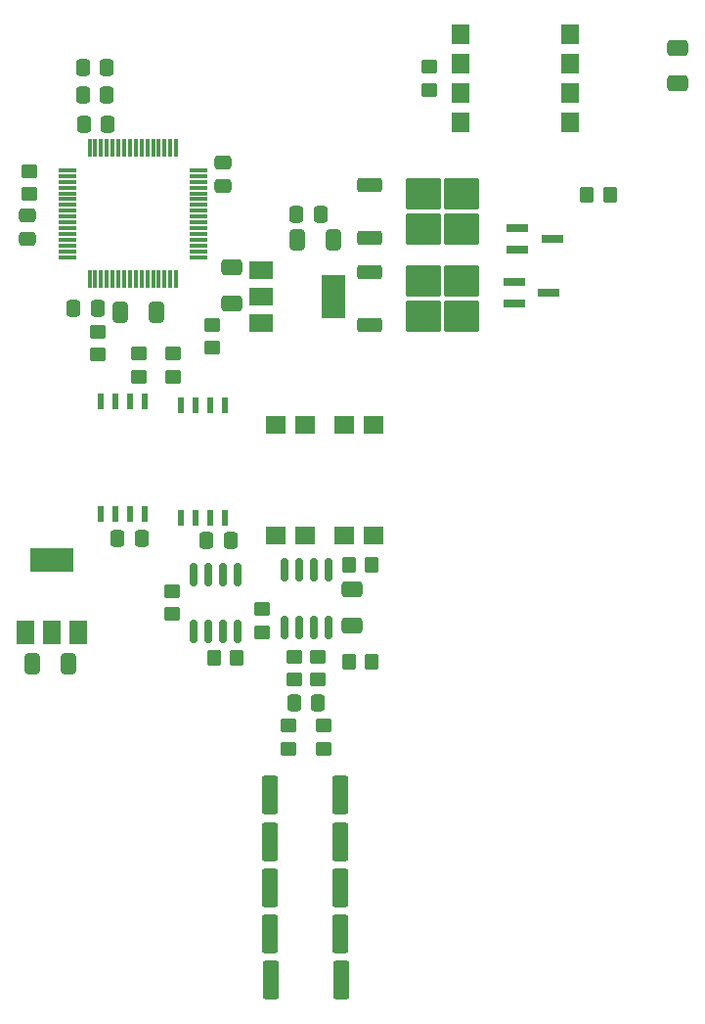
<source format=gbr>
%TF.GenerationSoftware,KiCad,Pcbnew,7.0.9*%
%TF.CreationDate,2024-06-05T16:20:13+05:30*%
%TF.ProjectId,BMS_Master,424d535f-4d61-4737-9465-722e6b696361,rev?*%
%TF.SameCoordinates,Original*%
%TF.FileFunction,Paste,Top*%
%TF.FilePolarity,Positive*%
%FSLAX46Y46*%
G04 Gerber Fmt 4.6, Leading zero omitted, Abs format (unit mm)*
G04 Created by KiCad (PCBNEW 7.0.9) date 2024-06-05 16:20:13*
%MOMM*%
%LPD*%
G01*
G04 APERTURE LIST*
G04 Aperture macros list*
%AMRoundRect*
0 Rectangle with rounded corners*
0 $1 Rounding radius*
0 $2 $3 $4 $5 $6 $7 $8 $9 X,Y pos of 4 corners*
0 Add a 4 corners polygon primitive as box body*
4,1,4,$2,$3,$4,$5,$6,$7,$8,$9,$2,$3,0*
0 Add four circle primitives for the rounded corners*
1,1,$1+$1,$2,$3*
1,1,$1+$1,$4,$5*
1,1,$1+$1,$6,$7*
1,1,$1+$1,$8,$9*
0 Add four rect primitives between the rounded corners*
20,1,$1+$1,$2,$3,$4,$5,0*
20,1,$1+$1,$4,$5,$6,$7,0*
20,1,$1+$1,$6,$7,$8,$9,0*
20,1,$1+$1,$8,$9,$2,$3,0*%
G04 Aperture macros list end*
%ADD10R,0.558800X1.473200*%
%ADD11RoundRect,0.250000X-0.350000X-0.450000X0.350000X-0.450000X0.350000X0.450000X-0.350000X0.450000X0*%
%ADD12RoundRect,0.250000X-0.650000X0.412500X-0.650000X-0.412500X0.650000X-0.412500X0.650000X0.412500X0*%
%ADD13R,1.520000X1.780000*%
%ADD14R,1.520000X1.750000*%
%ADD15RoundRect,0.250000X-0.450000X0.350000X-0.450000X-0.350000X0.450000X-0.350000X0.450000X0.350000X0*%
%ADD16RoundRect,0.249999X-0.450001X-1.425001X0.450001X-1.425001X0.450001X1.425001X-0.450001X1.425001X0*%
%ADD17RoundRect,0.075000X-0.700000X-0.075000X0.700000X-0.075000X0.700000X0.075000X-0.700000X0.075000X0*%
%ADD18RoundRect,0.075000X-0.075000X-0.700000X0.075000X-0.700000X0.075000X0.700000X-0.075000X0.700000X0*%
%ADD19R,1.780000X1.500000*%
%ADD20R,1.900000X0.800000*%
%ADD21RoundRect,0.250000X0.412500X0.650000X-0.412500X0.650000X-0.412500X-0.650000X0.412500X-0.650000X0*%
%ADD22RoundRect,0.250000X-0.850000X-0.350000X0.850000X-0.350000X0.850000X0.350000X-0.850000X0.350000X0*%
%ADD23RoundRect,0.250000X-1.275000X-1.125000X1.275000X-1.125000X1.275000X1.125000X-1.275000X1.125000X0*%
%ADD24R,2.000000X1.500000*%
%ADD25R,2.000000X3.800000*%
%ADD26RoundRect,0.150000X0.150000X-0.825000X0.150000X0.825000X-0.150000X0.825000X-0.150000X-0.825000X0*%
%ADD27RoundRect,0.250000X-0.475000X0.337500X-0.475000X-0.337500X0.475000X-0.337500X0.475000X0.337500X0*%
%ADD28RoundRect,0.250000X-0.337500X-0.475000X0.337500X-0.475000X0.337500X0.475000X-0.337500X0.475000X0*%
%ADD29RoundRect,0.250000X0.475000X-0.337500X0.475000X0.337500X-0.475000X0.337500X-0.475000X-0.337500X0*%
%ADD30RoundRect,0.250000X0.350000X0.450000X-0.350000X0.450000X-0.350000X-0.450000X0.350000X-0.450000X0*%
%ADD31RoundRect,0.250000X0.450000X-0.350000X0.450000X0.350000X-0.450000X0.350000X-0.450000X-0.350000X0*%
%ADD32RoundRect,0.250000X0.337500X0.475000X-0.337500X0.475000X-0.337500X-0.475000X0.337500X-0.475000X0*%
%ADD33RoundRect,0.250000X0.650000X-0.412500X0.650000X0.412500X-0.650000X0.412500X-0.650000X-0.412500X0*%
%ADD34RoundRect,0.250000X-0.412500X-0.650000X0.412500X-0.650000X0.412500X0.650000X-0.412500X0.650000X0*%
%ADD35R,1.500000X2.000000*%
%ADD36R,3.800000X2.000000*%
G04 APERTURE END LIST*
D10*
%TO.C,U9*%
X196695000Y-101676800D03*
X197965000Y-101676800D03*
X199235000Y-101676800D03*
X200505000Y-101676800D03*
X200505000Y-91923200D03*
X199235000Y-91923200D03*
X197965000Y-91923200D03*
X196695000Y-91923200D03*
%TD*%
%TO.C,U7*%
X203690000Y-102000000D03*
X204960000Y-102000000D03*
X206230000Y-102000000D03*
X207500000Y-102000000D03*
X207500000Y-92246400D03*
X206230000Y-92246400D03*
X204960000Y-92246400D03*
X203690000Y-92246400D03*
%TD*%
D11*
%TO.C,R36*%
X238800000Y-74100000D03*
X240800000Y-74100000D03*
%TD*%
D12*
%TO.C,C34*%
X246700000Y-61337500D03*
X246700000Y-64462500D03*
%TD*%
D13*
%TO.C,U10*%
X227840000Y-60190000D03*
D14*
X227840000Y-62730000D03*
D13*
X227840000Y-65270000D03*
X227840000Y-67810000D03*
X237360000Y-67810000D03*
X237360000Y-65270000D03*
X237360000Y-62730000D03*
X237360000Y-60190000D03*
%TD*%
D15*
%TO.C,R33*%
X225200000Y-63000000D03*
X225200000Y-65000000D03*
%TD*%
D16*
%TO.C,R6*%
X211400000Y-126000000D03*
X217500000Y-126000000D03*
%TD*%
D17*
%TO.C,U13*%
X193825000Y-71950000D03*
X193825000Y-72450000D03*
X193825000Y-72950000D03*
X193825000Y-73450000D03*
X193825000Y-73950000D03*
X193825000Y-74450000D03*
X193825000Y-74950000D03*
X193825000Y-75450000D03*
X193825000Y-75950000D03*
X193825000Y-76450000D03*
X193825000Y-76950000D03*
X193825000Y-77450000D03*
X193825000Y-77950000D03*
X193825000Y-78450000D03*
X193825000Y-78950000D03*
X193825000Y-79450000D03*
D18*
X195750000Y-81375000D03*
X196250000Y-81375000D03*
X196750000Y-81375000D03*
X197250000Y-81375000D03*
X197750000Y-81375000D03*
X198250000Y-81375000D03*
X198750000Y-81375000D03*
X199250000Y-81375000D03*
X199750000Y-81375000D03*
X200250000Y-81375000D03*
X200750000Y-81375000D03*
X201250000Y-81375000D03*
X201750000Y-81375000D03*
X202250000Y-81375000D03*
X202750000Y-81375000D03*
X203250000Y-81375000D03*
D17*
X205175000Y-79450000D03*
X205175000Y-78950000D03*
X205175000Y-78450000D03*
X205175000Y-77950000D03*
X205175000Y-77450000D03*
X205175000Y-76950000D03*
X205175000Y-76450000D03*
X205175000Y-75950000D03*
X205175000Y-75450000D03*
X205175000Y-74950000D03*
X205175000Y-74450000D03*
X205175000Y-73950000D03*
X205175000Y-73450000D03*
X205175000Y-72950000D03*
X205175000Y-72450000D03*
X205175000Y-71950000D03*
D18*
X203250000Y-70025000D03*
X202750000Y-70025000D03*
X202250000Y-70025000D03*
X201750000Y-70025000D03*
X201250000Y-70025000D03*
X200750000Y-70025000D03*
X200250000Y-70025000D03*
X199750000Y-70025000D03*
X199250000Y-70025000D03*
X198750000Y-70025000D03*
X198250000Y-70025000D03*
X197750000Y-70025000D03*
X197250000Y-70025000D03*
X196750000Y-70025000D03*
X196250000Y-70025000D03*
X195750000Y-70025000D03*
%TD*%
D19*
%TO.C,U5*%
X217800000Y-103500000D03*
X220340000Y-103500000D03*
X220340000Y-93970000D03*
X217800000Y-93970000D03*
%TD*%
D20*
%TO.C,Q2*%
X232800000Y-76950000D03*
X232800000Y-78850000D03*
X235800000Y-77900000D03*
%TD*%
D19*
%TO.C,U6*%
X211860000Y-103530000D03*
X214400000Y-103530000D03*
X214400000Y-94000000D03*
X211860000Y-94000000D03*
%TD*%
D21*
%TO.C,C15*%
X193925000Y-114600000D03*
X190800000Y-114600000D03*
%TD*%
D15*
%TO.C,R18*%
X202905000Y-108325000D03*
X202905000Y-110325000D03*
%TD*%
D22*
%TO.C,U1*%
X220000000Y-73260000D03*
D23*
X224625000Y-74015000D03*
X224625000Y-77065000D03*
X227975000Y-74015000D03*
X227975000Y-77065000D03*
D22*
X220000000Y-77820000D03*
%TD*%
D24*
%TO.C,U12*%
X210600000Y-80600000D03*
X210600000Y-82900000D03*
D25*
X216900000Y-82900000D03*
D24*
X210600000Y-85200000D03*
%TD*%
D26*
%TO.C,U4*%
X204795000Y-111875000D03*
X206065000Y-111875000D03*
X207335000Y-111875000D03*
X208605000Y-111875000D03*
X208605000Y-106925000D03*
X207335000Y-106925000D03*
X206065000Y-106925000D03*
X204795000Y-106925000D03*
%TD*%
D11*
%TO.C,R19*%
X218200000Y-106100000D03*
X220200000Y-106100000D03*
%TD*%
D27*
%TO.C,C32*%
X190400000Y-75825000D03*
X190400000Y-77900000D03*
%TD*%
D16*
%TO.C,R9*%
X211400000Y-138000000D03*
X217500000Y-138000000D03*
%TD*%
%TO.C,R10*%
X211450000Y-142000000D03*
X217550000Y-142000000D03*
%TD*%
D28*
%TO.C,C30*%
X195162500Y-63100000D03*
X197237500Y-63100000D03*
%TD*%
D20*
%TO.C,Q1*%
X232500000Y-81600000D03*
X232500000Y-83500000D03*
X235500000Y-82550000D03*
%TD*%
D15*
%TO.C,R13*%
X215500000Y-114000000D03*
X215500000Y-116000000D03*
%TD*%
D16*
%TO.C,R8*%
X211400000Y-134000000D03*
X217500000Y-134000000D03*
%TD*%
D15*
%TO.C,R14*%
X213500000Y-114000000D03*
X213500000Y-116000000D03*
%TD*%
D28*
%TO.C,C31*%
X195162500Y-65400000D03*
X197237500Y-65400000D03*
%TD*%
%TO.C,C29*%
X213662500Y-75800000D03*
X215737500Y-75800000D03*
%TD*%
D29*
%TO.C,C26*%
X207300000Y-73337500D03*
X207300000Y-71262500D03*
%TD*%
D30*
%TO.C,R15*%
X220200000Y-114500000D03*
X218200000Y-114500000D03*
%TD*%
D15*
%TO.C,R23*%
X206400000Y-85300000D03*
X206400000Y-87300000D03*
%TD*%
D11*
%TO.C,R17*%
X206505000Y-114125000D03*
X208505000Y-114125000D03*
%TD*%
D15*
%TO.C,R24*%
X196500000Y-85900000D03*
X196500000Y-87900000D03*
%TD*%
D12*
%TO.C,C6*%
X218500000Y-108175000D03*
X218500000Y-111300000D03*
%TD*%
D31*
%TO.C,R11*%
X213000000Y-122000000D03*
X213000000Y-120000000D03*
%TD*%
D22*
%TO.C,U2*%
X220025000Y-80735000D03*
D23*
X224650000Y-81490000D03*
X224650000Y-84540000D03*
X228000000Y-81490000D03*
X228000000Y-84540000D03*
D22*
X220025000Y-85295000D03*
%TD*%
D32*
%TO.C,C14*%
X200237500Y-103800000D03*
X198162500Y-103800000D03*
%TD*%
D15*
%TO.C,R29*%
X190500000Y-72000000D03*
X190500000Y-74000000D03*
%TD*%
D16*
%TO.C,R7*%
X211400000Y-130000000D03*
X217500000Y-130000000D03*
%TD*%
D33*
%TO.C,C21*%
X208100000Y-83462500D03*
X208100000Y-80337500D03*
%TD*%
D21*
%TO.C,C22*%
X216862500Y-78000000D03*
X213737500Y-78000000D03*
%TD*%
D34*
%TO.C,C23*%
X198437500Y-84200000D03*
X201562500Y-84200000D03*
%TD*%
D32*
%TO.C,C8*%
X207937500Y-104000000D03*
X205862500Y-104000000D03*
%TD*%
D15*
%TO.C,R22*%
X203000000Y-87800000D03*
X203000000Y-89800000D03*
%TD*%
D35*
%TO.C,U8*%
X190200000Y-111950000D03*
X192500000Y-111950000D03*
D36*
X192500000Y-105650000D03*
D35*
X194800000Y-111950000D03*
%TD*%
D32*
%TO.C,C24*%
X196437500Y-83900000D03*
X194362500Y-83900000D03*
%TD*%
D28*
%TO.C,C5*%
X213462500Y-118000000D03*
X215537500Y-118000000D03*
%TD*%
D15*
%TO.C,R21*%
X200000000Y-87800000D03*
X200000000Y-89800000D03*
%TD*%
D31*
%TO.C,R12*%
X216000000Y-122000000D03*
X216000000Y-120000000D03*
%TD*%
D15*
%TO.C,R16*%
X210700000Y-109900000D03*
X210700000Y-111900000D03*
%TD*%
D26*
%TO.C,U3*%
X212595000Y-111475000D03*
X213865000Y-111475000D03*
X215135000Y-111475000D03*
X216405000Y-111475000D03*
X216405000Y-106525000D03*
X215135000Y-106525000D03*
X213865000Y-106525000D03*
X212595000Y-106525000D03*
%TD*%
D32*
%TO.C,C27*%
X197337500Y-68000000D03*
X195262500Y-68000000D03*
%TD*%
M02*

</source>
